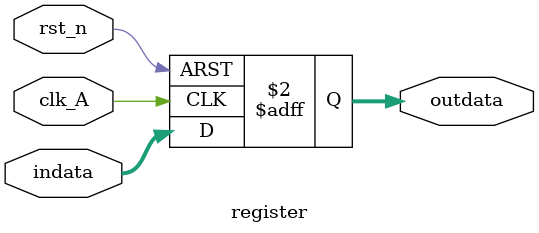
<source format=v>
`timescale 1ns / 1ps


module register(
    input[31:0] indata,
    input clk_A,
    input rst_n,
    output reg[31:0] outdata
    );
always @(posedge rst_n or posedge clk_A)
begin
    if(rst_n)
        outdata<=32'b0;
    else
        outdata<=indata;
end
endmodule

</source>
